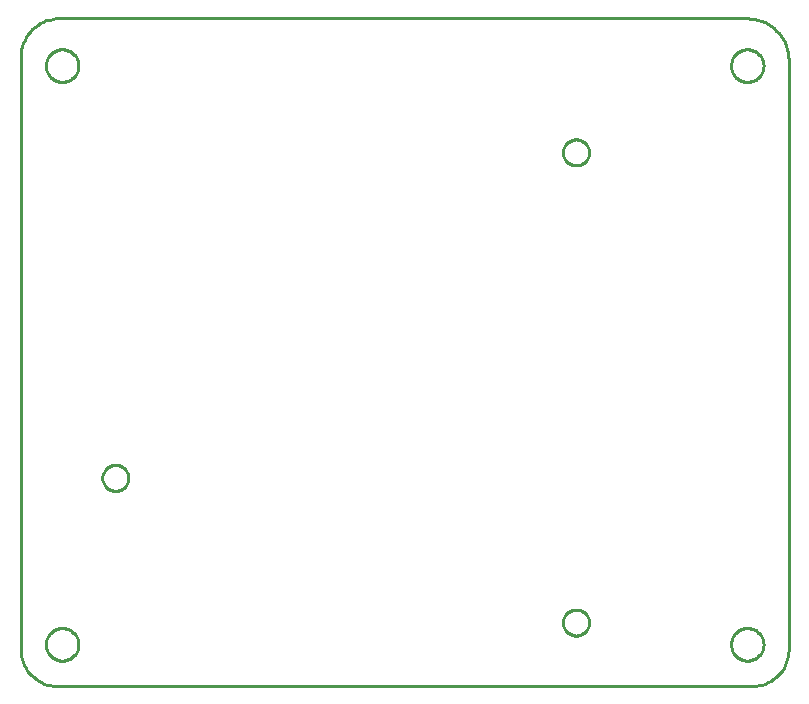
<source format=gbr>
G04 EAGLE Gerber RS-274X export*
G75*
%MOMM*%
%FSLAX34Y34*%
%LPD*%
%IN*%
%IPPOS*%
%AMOC8*
5,1,8,0,0,1.08239X$1,22.5*%
G01*
%ADD10C,0.254000*%


D10*
X0Y30000D02*
X114Y27385D01*
X456Y24791D01*
X1022Y22235D01*
X1809Y19739D01*
X2811Y17321D01*
X4019Y15000D01*
X5425Y12793D01*
X7019Y10716D01*
X8787Y8787D01*
X10716Y7019D01*
X12793Y5425D01*
X15000Y4019D01*
X17321Y2811D01*
X19739Y1809D01*
X22235Y1022D01*
X24791Y456D01*
X27385Y114D01*
X30000Y0D01*
X620000Y0D01*
X622615Y114D01*
X625209Y456D01*
X627765Y1022D01*
X630261Y1809D01*
X632679Y2811D01*
X635000Y4019D01*
X637207Y5425D01*
X639284Y7019D01*
X641213Y8787D01*
X642981Y10716D01*
X644575Y12793D01*
X645981Y15000D01*
X647189Y17321D01*
X648191Y19739D01*
X648978Y22235D01*
X649544Y24791D01*
X649886Y27385D01*
X650000Y30000D01*
X650000Y530000D01*
X649867Y533050D01*
X649468Y536078D01*
X648807Y539059D01*
X647889Y541971D01*
X646721Y544792D01*
X645311Y547500D01*
X643670Y550075D01*
X641812Y552498D01*
X639749Y554749D01*
X637498Y556812D01*
X635075Y558670D01*
X632500Y560311D01*
X629792Y561721D01*
X626971Y562889D01*
X624059Y563807D01*
X621078Y564468D01*
X618050Y564867D01*
X615000Y565000D01*
X30000Y565000D01*
X27177Y564658D01*
X24394Y564072D01*
X21674Y563246D01*
X19035Y562185D01*
X16499Y560898D01*
X14085Y559396D01*
X11811Y557689D01*
X9694Y555789D01*
X7751Y553713D01*
X5997Y551476D01*
X4444Y549093D01*
X3104Y546585D01*
X1988Y543969D01*
X1105Y541266D01*
X460Y538497D01*
X60Y535682D01*
X-94Y532842D01*
X0Y530000D01*
X0Y30000D01*
X48750Y34509D02*
X48680Y33529D01*
X48540Y32557D01*
X48331Y31597D01*
X48055Y30655D01*
X47711Y29735D01*
X47303Y28841D01*
X46833Y27979D01*
X46302Y27153D01*
X45713Y26367D01*
X45070Y25625D01*
X44375Y24930D01*
X43633Y24287D01*
X42847Y23698D01*
X42021Y23167D01*
X41159Y22697D01*
X40265Y22289D01*
X39345Y21945D01*
X38403Y21669D01*
X37443Y21460D01*
X36471Y21320D01*
X35491Y21250D01*
X34509Y21250D01*
X33529Y21320D01*
X32557Y21460D01*
X31597Y21669D01*
X30655Y21945D01*
X29735Y22289D01*
X28841Y22697D01*
X27979Y23167D01*
X27153Y23698D01*
X26367Y24287D01*
X25625Y24930D01*
X24930Y25625D01*
X24287Y26367D01*
X23698Y27153D01*
X23167Y27979D01*
X22697Y28841D01*
X22289Y29735D01*
X21945Y30655D01*
X21669Y31597D01*
X21460Y32557D01*
X21320Y33529D01*
X21250Y34509D01*
X21250Y35491D01*
X21320Y36471D01*
X21460Y37443D01*
X21669Y38403D01*
X21945Y39345D01*
X22289Y40265D01*
X22697Y41159D01*
X23167Y42021D01*
X23698Y42847D01*
X24287Y43633D01*
X24930Y44375D01*
X25625Y45070D01*
X26367Y45713D01*
X27153Y46302D01*
X27979Y46833D01*
X28841Y47303D01*
X29735Y47711D01*
X30655Y48055D01*
X31597Y48331D01*
X32557Y48540D01*
X33529Y48680D01*
X34509Y48750D01*
X35491Y48750D01*
X36471Y48680D01*
X37443Y48540D01*
X38403Y48331D01*
X39345Y48055D01*
X40265Y47711D01*
X41159Y47303D01*
X42021Y46833D01*
X42847Y46302D01*
X43633Y45713D01*
X44375Y45070D01*
X45070Y44375D01*
X45713Y43633D01*
X46302Y42847D01*
X46833Y42021D01*
X47303Y41159D01*
X47711Y40265D01*
X48055Y39345D01*
X48331Y38403D01*
X48540Y37443D01*
X48680Y36471D01*
X48750Y35491D01*
X48750Y34509D01*
X48750Y524509D02*
X48680Y523529D01*
X48540Y522557D01*
X48331Y521597D01*
X48055Y520655D01*
X47711Y519735D01*
X47303Y518841D01*
X46833Y517979D01*
X46302Y517153D01*
X45713Y516367D01*
X45070Y515625D01*
X44375Y514930D01*
X43633Y514287D01*
X42847Y513698D01*
X42021Y513167D01*
X41159Y512697D01*
X40265Y512289D01*
X39345Y511945D01*
X38403Y511669D01*
X37443Y511460D01*
X36471Y511320D01*
X35491Y511250D01*
X34509Y511250D01*
X33529Y511320D01*
X32557Y511460D01*
X31597Y511669D01*
X30655Y511945D01*
X29735Y512289D01*
X28841Y512697D01*
X27979Y513167D01*
X27153Y513698D01*
X26367Y514287D01*
X25625Y514930D01*
X24930Y515625D01*
X24287Y516367D01*
X23698Y517153D01*
X23167Y517979D01*
X22697Y518841D01*
X22289Y519735D01*
X21945Y520655D01*
X21669Y521597D01*
X21460Y522557D01*
X21320Y523529D01*
X21250Y524509D01*
X21250Y525491D01*
X21320Y526471D01*
X21460Y527443D01*
X21669Y528403D01*
X21945Y529345D01*
X22289Y530265D01*
X22697Y531159D01*
X23167Y532021D01*
X23698Y532847D01*
X24287Y533633D01*
X24930Y534375D01*
X25625Y535070D01*
X26367Y535713D01*
X27153Y536302D01*
X27979Y536833D01*
X28841Y537303D01*
X29735Y537711D01*
X30655Y538055D01*
X31597Y538331D01*
X32557Y538540D01*
X33529Y538680D01*
X34509Y538750D01*
X35491Y538750D01*
X36471Y538680D01*
X37443Y538540D01*
X38403Y538331D01*
X39345Y538055D01*
X40265Y537711D01*
X41159Y537303D01*
X42021Y536833D01*
X42847Y536302D01*
X43633Y535713D01*
X44375Y535070D01*
X45070Y534375D01*
X45713Y533633D01*
X46302Y532847D01*
X46833Y532021D01*
X47303Y531159D01*
X47711Y530265D01*
X48055Y529345D01*
X48331Y528403D01*
X48540Y527443D01*
X48680Y526471D01*
X48750Y525491D01*
X48750Y524509D01*
X628750Y524509D02*
X628680Y523529D01*
X628540Y522557D01*
X628331Y521597D01*
X628055Y520655D01*
X627711Y519735D01*
X627303Y518841D01*
X626833Y517979D01*
X626302Y517153D01*
X625713Y516367D01*
X625070Y515625D01*
X624375Y514930D01*
X623633Y514287D01*
X622847Y513698D01*
X622021Y513167D01*
X621159Y512697D01*
X620265Y512289D01*
X619345Y511945D01*
X618403Y511669D01*
X617443Y511460D01*
X616471Y511320D01*
X615491Y511250D01*
X614509Y511250D01*
X613529Y511320D01*
X612557Y511460D01*
X611597Y511669D01*
X610655Y511945D01*
X609735Y512289D01*
X608841Y512697D01*
X607979Y513167D01*
X607153Y513698D01*
X606367Y514287D01*
X605625Y514930D01*
X604930Y515625D01*
X604287Y516367D01*
X603698Y517153D01*
X603167Y517979D01*
X602697Y518841D01*
X602289Y519735D01*
X601945Y520655D01*
X601669Y521597D01*
X601460Y522557D01*
X601320Y523529D01*
X601250Y524509D01*
X601250Y525491D01*
X601320Y526471D01*
X601460Y527443D01*
X601669Y528403D01*
X601945Y529345D01*
X602289Y530265D01*
X602697Y531159D01*
X603167Y532021D01*
X603698Y532847D01*
X604287Y533633D01*
X604930Y534375D01*
X605625Y535070D01*
X606367Y535713D01*
X607153Y536302D01*
X607979Y536833D01*
X608841Y537303D01*
X609735Y537711D01*
X610655Y538055D01*
X611597Y538331D01*
X612557Y538540D01*
X613529Y538680D01*
X614509Y538750D01*
X615491Y538750D01*
X616471Y538680D01*
X617443Y538540D01*
X618403Y538331D01*
X619345Y538055D01*
X620265Y537711D01*
X621159Y537303D01*
X622021Y536833D01*
X622847Y536302D01*
X623633Y535713D01*
X624375Y535070D01*
X625070Y534375D01*
X625713Y533633D01*
X626302Y532847D01*
X626833Y532021D01*
X627303Y531159D01*
X627711Y530265D01*
X628055Y529345D01*
X628331Y528403D01*
X628540Y527443D01*
X628680Y526471D01*
X628750Y525491D01*
X628750Y524509D01*
X628750Y34509D02*
X628680Y33529D01*
X628540Y32557D01*
X628331Y31597D01*
X628055Y30655D01*
X627711Y29735D01*
X627303Y28841D01*
X626833Y27979D01*
X626302Y27153D01*
X625713Y26367D01*
X625070Y25625D01*
X624375Y24930D01*
X623633Y24287D01*
X622847Y23698D01*
X622021Y23167D01*
X621159Y22697D01*
X620265Y22289D01*
X619345Y21945D01*
X618403Y21669D01*
X617443Y21460D01*
X616471Y21320D01*
X615491Y21250D01*
X614509Y21250D01*
X613529Y21320D01*
X612557Y21460D01*
X611597Y21669D01*
X610655Y21945D01*
X609735Y22289D01*
X608841Y22697D01*
X607979Y23167D01*
X607153Y23698D01*
X606367Y24287D01*
X605625Y24930D01*
X604930Y25625D01*
X604287Y26367D01*
X603698Y27153D01*
X603167Y27979D01*
X602697Y28841D01*
X602289Y29735D01*
X601945Y30655D01*
X601669Y31597D01*
X601460Y32557D01*
X601320Y33529D01*
X601250Y34509D01*
X601250Y35491D01*
X601320Y36471D01*
X601460Y37443D01*
X601669Y38403D01*
X601945Y39345D01*
X602289Y40265D01*
X602697Y41159D01*
X603167Y42021D01*
X603698Y42847D01*
X604287Y43633D01*
X604930Y44375D01*
X605625Y45070D01*
X606367Y45713D01*
X607153Y46302D01*
X607979Y46833D01*
X608841Y47303D01*
X609735Y47711D01*
X610655Y48055D01*
X611597Y48331D01*
X612557Y48540D01*
X613529Y48680D01*
X614509Y48750D01*
X615491Y48750D01*
X616471Y48680D01*
X617443Y48540D01*
X618403Y48331D01*
X619345Y48055D01*
X620265Y47711D01*
X621159Y47303D01*
X622021Y46833D01*
X622847Y46302D01*
X623633Y45713D01*
X624375Y45070D01*
X625070Y44375D01*
X625713Y43633D01*
X626302Y42847D01*
X626833Y42021D01*
X627303Y41159D01*
X627711Y40265D01*
X628055Y39345D01*
X628331Y38403D01*
X628540Y37443D01*
X628680Y36471D01*
X628750Y35491D01*
X628750Y34509D01*
X91000Y175468D02*
X90932Y174606D01*
X90797Y173752D01*
X90595Y172912D01*
X90328Y172090D01*
X89997Y171291D01*
X89605Y170521D01*
X89153Y169784D01*
X88645Y169085D01*
X88084Y168427D01*
X87473Y167816D01*
X86815Y167255D01*
X86116Y166747D01*
X85379Y166295D01*
X84609Y165903D01*
X83810Y165572D01*
X82988Y165305D01*
X82148Y165103D01*
X81294Y164968D01*
X80432Y164900D01*
X79568Y164900D01*
X78706Y164968D01*
X77852Y165103D01*
X77012Y165305D01*
X76190Y165572D01*
X75391Y165903D01*
X74621Y166295D01*
X73884Y166747D01*
X73185Y167255D01*
X72527Y167816D01*
X71916Y168427D01*
X71355Y169085D01*
X70847Y169784D01*
X70395Y170521D01*
X70003Y171291D01*
X69672Y172090D01*
X69405Y172912D01*
X69203Y173752D01*
X69068Y174606D01*
X69000Y175468D01*
X69000Y176332D01*
X69068Y177194D01*
X69203Y178048D01*
X69405Y178888D01*
X69672Y179710D01*
X70003Y180509D01*
X70395Y181279D01*
X70847Y182016D01*
X71355Y182715D01*
X71916Y183373D01*
X72527Y183984D01*
X73185Y184545D01*
X73884Y185053D01*
X74621Y185505D01*
X75391Y185897D01*
X76190Y186228D01*
X77012Y186495D01*
X77852Y186697D01*
X78706Y186832D01*
X79568Y186900D01*
X80432Y186900D01*
X81294Y186832D01*
X82148Y186697D01*
X82988Y186495D01*
X83810Y186228D01*
X84609Y185897D01*
X85379Y185505D01*
X86116Y185053D01*
X86815Y184545D01*
X87473Y183984D01*
X88084Y183373D01*
X88645Y182715D01*
X89153Y182016D01*
X89605Y181279D01*
X89997Y180509D01*
X90328Y179710D01*
X90595Y178888D01*
X90797Y178048D01*
X90932Y177194D01*
X91000Y176332D01*
X91000Y175468D01*
X481000Y53068D02*
X480932Y52206D01*
X480797Y51352D01*
X480595Y50512D01*
X480328Y49690D01*
X479997Y48891D01*
X479605Y48121D01*
X479153Y47384D01*
X478645Y46685D01*
X478084Y46027D01*
X477473Y45416D01*
X476815Y44855D01*
X476116Y44347D01*
X475379Y43895D01*
X474609Y43503D01*
X473810Y43172D01*
X472988Y42905D01*
X472148Y42703D01*
X471294Y42568D01*
X470432Y42500D01*
X469568Y42500D01*
X468706Y42568D01*
X467852Y42703D01*
X467012Y42905D01*
X466190Y43172D01*
X465391Y43503D01*
X464621Y43895D01*
X463884Y44347D01*
X463185Y44855D01*
X462527Y45416D01*
X461916Y46027D01*
X461355Y46685D01*
X460847Y47384D01*
X460395Y48121D01*
X460003Y48891D01*
X459672Y49690D01*
X459405Y50512D01*
X459203Y51352D01*
X459068Y52206D01*
X459000Y53068D01*
X459000Y53932D01*
X459068Y54794D01*
X459203Y55648D01*
X459405Y56488D01*
X459672Y57310D01*
X460003Y58109D01*
X460395Y58879D01*
X460847Y59616D01*
X461355Y60315D01*
X461916Y60973D01*
X462527Y61584D01*
X463185Y62145D01*
X463884Y62653D01*
X464621Y63105D01*
X465391Y63497D01*
X466190Y63828D01*
X467012Y64095D01*
X467852Y64297D01*
X468706Y64432D01*
X469568Y64500D01*
X470432Y64500D01*
X471294Y64432D01*
X472148Y64297D01*
X472988Y64095D01*
X473810Y63828D01*
X474609Y63497D01*
X475379Y63105D01*
X476116Y62653D01*
X476815Y62145D01*
X477473Y61584D01*
X478084Y60973D01*
X478645Y60315D01*
X479153Y59616D01*
X479605Y58879D01*
X479997Y58109D01*
X480328Y57310D01*
X480595Y56488D01*
X480797Y55648D01*
X480932Y54794D01*
X481000Y53932D01*
X481000Y53068D01*
X481000Y451068D02*
X480932Y450206D01*
X480797Y449352D01*
X480595Y448512D01*
X480328Y447690D01*
X479997Y446891D01*
X479605Y446121D01*
X479153Y445384D01*
X478645Y444685D01*
X478084Y444027D01*
X477473Y443416D01*
X476815Y442855D01*
X476116Y442347D01*
X475379Y441895D01*
X474609Y441503D01*
X473810Y441172D01*
X472988Y440905D01*
X472148Y440703D01*
X471294Y440568D01*
X470432Y440500D01*
X469568Y440500D01*
X468706Y440568D01*
X467852Y440703D01*
X467012Y440905D01*
X466190Y441172D01*
X465391Y441503D01*
X464621Y441895D01*
X463884Y442347D01*
X463185Y442855D01*
X462527Y443416D01*
X461916Y444027D01*
X461355Y444685D01*
X460847Y445384D01*
X460395Y446121D01*
X460003Y446891D01*
X459672Y447690D01*
X459405Y448512D01*
X459203Y449352D01*
X459068Y450206D01*
X459000Y451068D01*
X459000Y451932D01*
X459068Y452794D01*
X459203Y453648D01*
X459405Y454488D01*
X459672Y455310D01*
X460003Y456109D01*
X460395Y456879D01*
X460847Y457616D01*
X461355Y458315D01*
X461916Y458973D01*
X462527Y459584D01*
X463185Y460145D01*
X463884Y460653D01*
X464621Y461105D01*
X465391Y461497D01*
X466190Y461828D01*
X467012Y462095D01*
X467852Y462297D01*
X468706Y462432D01*
X469568Y462500D01*
X470432Y462500D01*
X471294Y462432D01*
X472148Y462297D01*
X472988Y462095D01*
X473810Y461828D01*
X474609Y461497D01*
X475379Y461105D01*
X476116Y460653D01*
X476815Y460145D01*
X477473Y459584D01*
X478084Y458973D01*
X478645Y458315D01*
X479153Y457616D01*
X479605Y456879D01*
X479997Y456109D01*
X480328Y455310D01*
X480595Y454488D01*
X480797Y453648D01*
X480932Y452794D01*
X481000Y451932D01*
X481000Y451068D01*
M02*

</source>
